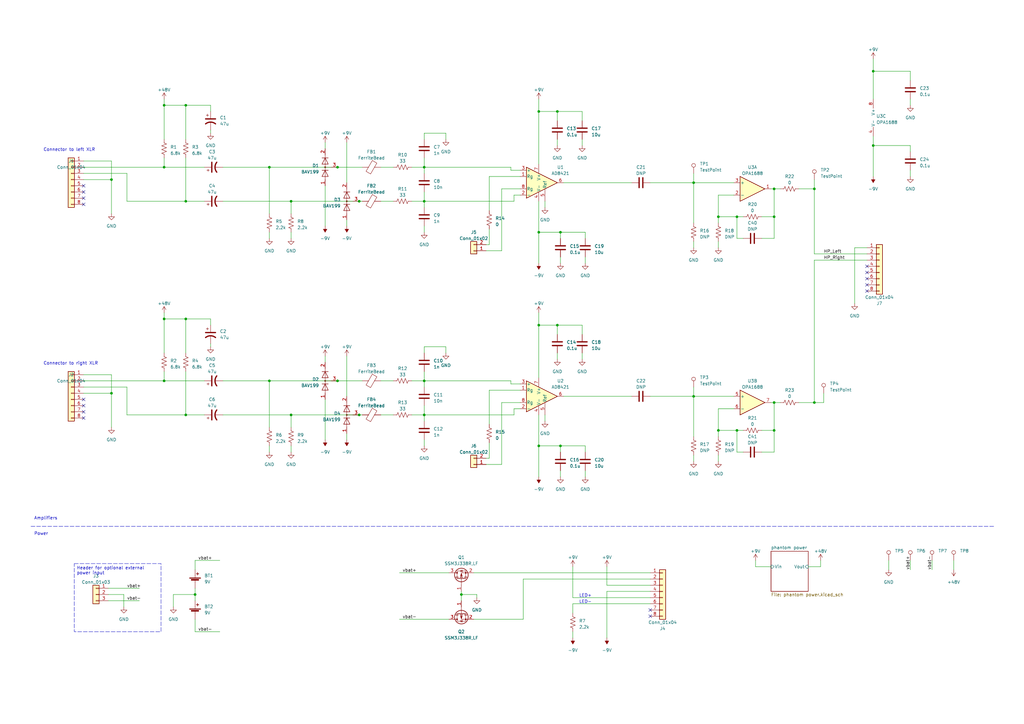
<source format=kicad_sch>
(kicad_sch (version 20230121) (generator eeschema)
  (paper "A3")
  (lib_symbols
    (symbol "Connector:TestPoint" (pin_numbers hide) (pin_names (offset 0.762) hide)
      (property "Reference" "TP" (at 0 6.858 0))
      (property "Value" "TestPoint" (at 0 5.08 0))
      (symbol "TestPoint_1_1"
        (pin passive line (at 0 0 90) (length 2.54) (name "1") (number "1"))
      )
    )
    (symbol "Connector_Generic:Conn_01x02" (pin_names (offset 1.016) hide)
      (property "Reference" "J" (at 0 2.54 0))
      (property "Value" "Conn_01x02" (at 0 -5.08 0))
      (symbol "Conn_01x02_1_1"
        (pin passive line (at -5.08 0 0) (length 3.81) (name "Pin_1") (number "1"))
        (pin passive line (at -5.08 -2.54 0) (length 3.81) (name "Pin_2") (number "2"))
      )
    )
    (symbol "Connector_Generic:Conn_01x03" (pin_names (offset 1.016) hide)
      (property "Reference" "J" (at 0 5.08 0))
      (property "Value" "Conn_01x03" (at 0 -5.08 0))
      (symbol "Conn_01x03_1_1"
        (pin passive line (at -5.08 2.54 0) (length 3.81) (name "Pin_1") (number "1"))
        (pin passive line (at -5.08 0 0) (length 3.81) (name "Pin_2") (number "2"))
        (pin passive line (at -5.08 -2.54 0) (length 3.81) (name "Pin_3") (number "3"))
      )
    )
    (symbol "Connector_Generic:Conn_01x08" (pin_names (offset 1.016) hide)
      (property "Reference" "J" (at 0 10.16 0))
      (property "Value" "Conn_01x08" (at 0 -12.7 0))
      (symbol "Conn_01x08_1_1"
        (pin passive line (at -5.08 7.62 0) (length 3.81) (name "Pin_1") (number "1"))
        (pin passive line (at -5.08 5.08 0) (length 3.81) (name "Pin_2") (number "2"))
        (pin passive line (at -5.08 2.54 0) (length 3.81) (name "Pin_3") (number "3"))
        (pin passive line (at -5.08 0 0) (length 3.81) (name "Pin_4") (number "4"))
        (pin passive line (at -5.08 -2.54 0) (length 3.81) (name "Pin_5") (number "5"))
        (pin passive line (at -5.08 -5.08 0) (length 3.81) (name "Pin_6") (number "6"))
        (pin passive line (at -5.08 -7.62 0) (length 3.81) (name "Pin_7") (number "7"))
        (pin passive line (at -5.08 -10.16 0) (length 3.81) (name "Pin_8") (number "8"))
      )
    )
    (symbol "Device:Battery_Cell" (pin_numbers hide) (pin_names (offset 0) hide)
      (property "Reference" "BT" (at 2.54 2.54 0))
      (property "Value" "Battery_Cell" (at 2.54 0 0))
      (symbol "Battery_Cell_1_1"
        (pin passive line (at 0 5.08 270) (length 2.54) (name "+") (number "1"))
        (pin passive line (at 0 -2.54 90) (length 2.54) (name "-") (number "2"))
      )
    )
    (symbol "Device:C" (pin_numbers hide) (pin_names (offset 0.254))
      (property "Reference" "C" (at 0.635 2.54 0))
      (property "Value" "C" (at 0.635 -2.54 0))
      (symbol "C_1_1"
        (pin passive line (at 0 3.81 270) (length 2.794) (name "~") (number "1"))
        (pin passive line (at 0 -3.81 90) (length 2.794) (name "~") (number "2"))
      )
    )
    (symbol "Device:C_Polarized_US" (pin_numbers hide) (pin_names (offset 0.254) hide)
      (property "Reference" "C" (at 0.635 2.54 0))
      (property "Value" "C_Polarized_US" (at 0.635 -2.54 0))
      (symbol "C_Polarized_US_1_1"
        (pin passive line (at 0 3.81 270) (length 2.794) (name "~") (number "1"))
        (pin passive line (at 0 -3.81 90) (length 3.302) (name "~") (number "2"))
      )
    )
    (symbol "Device:FerriteBead" (pin_numbers hide) (pin_names (offset 0))
      (property "Reference" "FB" (at -3.81 0.635 90))
      (property "Value" "FerriteBead" (at 3.81 0 90))
      (symbol "FerriteBead_1_1"
        (pin passive line (at 0 3.81 270) (length 2.54) (name "~") (number "1"))
        (pin passive line (at 0 -3.81 90) (length 2.54) (name "~") (number "2"))
      )
    )
    (symbol "Device:Q_PMOS_GSD" (pin_names (offset 0) hide)
      (property "Reference" "Q" (at 5.08 1.27 0))
      (property "Value" "Q_PMOS_GSD" (at 5.08 -1.27 0))
      (symbol "Q_PMOS_GSD_1_1"
        (pin input line (at -5.08 0 0) (length 2.54) (name "G") (number "1"))
        (pin passive line (at 2.54 -5.08 90) (length 2.54) (name "S") (number "2"))
        (pin passive line (at 2.54 5.08 270) (length 2.54) (name "D") (number "3"))
      )
    )
    (symbol "Device:R_US" (pin_numbers hide) (pin_names (offset 0))
      (property "Reference" "R" (at 2.54 0 90))
      (property "Value" "R_US" (at -2.54 0 90))
      (symbol "R_US_1_1"
        (pin passive line (at 0 3.81 270) (length 1.27) (name "~") (number "1"))
        (pin passive line (at 0 -3.81 90) (length 1.27) (name "~") (number "2"))
      )
    )
    (symbol "Diode:BAV99" (pin_names hide)
      (property "Reference" "D" (at 0 5.08 0))
      (property "Value" "BAV99" (at 0 2.54 0))
      (symbol "BAV99_1_1"
        (pin passive line (at -7.62 0 0) (length 2.54) (name "K") (number "1"))
        (pin passive line (at 7.62 0 180) (length 2.54) (name "A") (number "2"))
        (pin passive line (at 0 -5.08 90) (length 2.54) (name "K") (number "3"))
      )
    )
    (symbol "pd_symbols:AD8421" (pin_names (offset 0.127))
      (property "Reference" "U" (at 3.81 3.175 0))
      (property "Value" "AD8421" (at 3.81 -3.175 0))
      (symbol "AD8421_1_1"
        (pin passive line (at -7.62 2.54 0) (length 2.54) (name "Rg") (number "1"))
        (pin input line (at -7.62 -5.08 0) (length 2.54) (name "-") (number "2"))
        (pin input line (at -7.62 5.08 0) (length 2.54) (name "+") (number "3"))
        (pin power_in line (at 0 -7.62 90) (length 3.81) (name "V-") (number "4"))
        (pin input line (at 2.54 -7.62 90) (length 5.08) (name "Ref") (number "5"))
        (pin output line (at 10.16 0 180) (length 2.54) (name "~") (number "6"))
        (pin power_in line (at 0 7.62 270) (length 3.81) (name "V+") (number "7"))
        (pin passive line (at -7.62 -2.54 0) (length 2.54) (name "Rg") (number "8"))
      )
    )
    (symbol "pd_symbols:OPA1688" (pin_names (offset 0.127))
      (property "Reference" "U" (at 0 5.08 0))
      (property "Value" "OPA1688" (at 0 -5.08 0))
      (symbol "OPA1688_1_1"
        (pin output line (at 7.62 0 180) (length 2.54) (name "~") (number "1"))
        (pin input line (at -7.62 -2.54 0) (length 2.54) (name "-") (number "2"))
        (pin input line (at -7.62 2.54 0) (length 2.54) (name "+") (number "3"))
      )
      (symbol "OPA1688_2_1"
        (pin input line (at -7.62 2.54 0) (length 2.54) (name "+") (number "5"))
        (pin input line (at -7.62 -2.54 0) (length 2.54) (name "-") (number "6"))
        (pin output line (at 7.62 0 180) (length 2.54) (name "~") (number "7"))
      )
      (symbol "OPA1688_3_1"
        (pin power_in line (at -2.54 -7.62 90) (length 3.81) (name "V-") (number "4"))
        (pin power_in line (at -2.54 7.62 270) (length 3.81) (name "V+") (number "8"))
      )
    )
    (symbol "power:+48V" (power) (pin_names (offset 0))
      (property "Value" "+48V" (at 0 3.556 0))
      (symbol "+48V_1_1"
        (pin power_in line (at 0 0 90) (length 0) hide (name "+48V") (number "1"))
      )
    )
    (symbol "power:+9V" (power) (pin_names (offset 0))
      (property "Value" "+9V" (at 0 3.556 0))
      (symbol "+9V_1_1"
        (pin power_in line (at 0 0 90) (length 0) hide (name "+9V") (number "1"))
      )
    )
    (symbol "power:-9V" (power) (pin_names (offset 0))
      (property "Value" "-9V" (at 0 3.81 0))
      (symbol "-9V_1_1"
        (pin power_in line (at 0 0 90) (length 0) hide (name "-9V") (number "1"))
      )
    )
    (symbol "power:GND" (power) (pin_names (offset 0))
      (property "Value" "GND" (at 0 -3.81 0))
      (symbol "GND_1_1"
        (pin power_in line (at 0 0 270) (length 0) hide (name "GND") (number "1"))
      )
    )
  )
  (junction (at 220.98 95.25))
  (junction (at 220.98 182.88))
  (junction (at 67.31 156.21))
  (junction (at 173.99 82.55))
  (junction (at 110.49 68.58))
  (junction (at 147.32 170.18))
  (junction (at 189.23 243.84))
  (junction (at 110.49 156.21))
  (junction (at 317.5 77.47))
  (junction (at 45.72 73.66))
  (junction (at 358.14 59.69))
  (junction (at 317.5 176.53))
  (junction (at 358.14 29.21))
  (junction (at 302.26 88.9))
  (junction (at 76.2 43.18))
  (junction (at 67.31 68.58))
  (junction (at 294.64 88.9))
  (junction (at 147.32 82.55))
  (junction (at 284.48 74.93))
  (junction (at 45.72 161.29))
  (junction (at 138.43 68.58))
  (junction (at 76.2 130.81))
  (junction (at 119.38 170.18))
  (junction (at 80.01 243.84))
  (junction (at 76.2 82.55))
  (junction (at 317.5 165.1))
  (junction (at 67.31 43.18))
  (junction (at 119.38 82.55))
  (junction (at 229.87 182.88))
  (junction (at 220.98 45.72))
  (junction (at 294.64 176.53))
  (junction (at 302.26 176.53))
  (junction (at 67.31 130.81))
  (junction (at 173.99 170.18))
  (junction (at 76.2 170.18))
  (junction (at 228.6 45.72))
  (junction (at 229.87 95.25))
  (junction (at 228.6 133.35))
  (junction (at 334.01 165.1))
  (junction (at 220.98 133.35))
  (junction (at 317.5 88.9))
  (junction (at 173.99 156.21))
  (junction (at 173.99 68.58))
  (junction (at 284.48 162.56))
  (junction (at 138.43 156.21))
  (junction (at 334.01 77.47))
  (no_connect (at 34.29 78.74))
  (no_connect (at 355.6 109.22))
  (no_connect (at 34.29 163.83))
  (no_connect (at 34.29 76.2))
  (no_connect (at 34.29 83.82))
  (no_connect (at 34.29 171.45))
  (no_connect (at 266.7 252.73))
  (no_connect (at 34.29 81.28))
  (no_connect (at 355.6 111.76))
  (no_connect (at 266.7 250.19))
  (no_connect (at 34.29 166.37))
  (no_connect (at 355.6 119.38))
  (no_connect (at 355.6 116.84))
  (no_connect (at 355.6 114.3))
  (no_connect (at 34.29 168.91))
  (wire (pts (xy 110.49 68.58) (xy 110.49 87.63)))
  (wire (pts (xy 67.31 152.4) (xy 67.31 156.21)))
  (wire (pts (xy 110.49 95.25) (xy 110.49 97.79)))
  (wire (pts (xy 300.99 167.64) (xy 294.64 167.64)))
  (wire (pts (xy 294.64 186.69) (xy 294.64 189.23)))
  (wire (pts (xy 168.91 170.18) (xy 173.99 170.18)))
  (wire (pts (xy 173.99 64.77) (xy 173.99 68.58)))
  (wire (pts (xy 50.8 243.84) (xy 50.8 248.92)))
  (wire (pts (xy 45.72 73.66) (xy 45.72 87.63)))
  (wire (pts (xy 173.99 170.18) (xy 173.99 172.72)))
  (wire (pts (xy 67.31 68.58) (xy 83.82 68.58)))
  (wire (pts (xy 334.01 77.47) (xy 327.66 77.47)))
  (wire (pts (xy 312.42 97.79) (xy 317.5 97.79)))
  (wire (pts (xy 52.07 158.75) (xy 34.29 158.75)))
  (wire (pts (xy 234.95 245.11) (xy 266.7 245.11)))
  (wire (pts (xy 209.55 157.48) (xy 209.55 156.21)))
  (wire (pts (xy 119.38 170.18) (xy 119.38 175.26)))
  (wire (pts (xy 173.99 166.37) (xy 173.99 170.18)))
  (wire (pts (xy 300.99 80.01) (xy 294.64 80.01)))
  (wire (pts (xy 220.98 40.64) (xy 220.98 45.72)))
  (wire (pts (xy 312.42 176.53) (xy 317.5 176.53)))
  (wire (pts (xy 52.07 170.18) (xy 52.07 158.75)))
  (wire (pts (xy 52.07 82.55) (xy 52.07 71.12)))
  (wire (pts (xy 210.82 80.01) (xy 210.82 82.55)))
  (wire (pts (xy 364.49 229.87) (xy 364.49 233.68)))
  (wire (pts (xy 173.99 54.61) (xy 173.99 57.15)))
  (wire (pts (xy 240.03 105.41) (xy 240.03 107.95)))
  (wire (pts (xy 234.95 251.46) (xy 234.95 247.65)))
  (wire (pts (xy 119.38 182.88) (xy 119.38 185.42)))
  (wire (pts (xy 71.12 248.92) (xy 71.12 243.84)))
  (wire (pts (xy 52.07 71.12) (xy 34.29 71.12)))
  (wire (pts (xy 67.31 40.64) (xy 67.31 43.18)))
  (wire (pts (xy 34.29 156.21) (xy 67.31 156.21)))
  (wire (pts (xy 147.32 82.55) (xy 148.59 82.55)))
  (wire (pts (xy 248.92 240.03) (xy 266.7 240.03)))
  (wire (pts (xy 223.52 170.18) (xy 223.52 172.72)))
  (wire (pts (xy 86.36 133.35) (xy 86.36 130.81)))
  (wire (pts (xy 71.12 243.84) (xy 80.01 243.84)))
  (wire (pts (xy 205.74 77.47) (xy 213.36 77.47)))
  (wire (pts (xy 266.7 162.56) (xy 284.48 162.56)))
  (wire (pts (xy 195.58 245.11) (xy 195.58 243.84)))
  (wire (pts (xy 334.01 73.66) (xy 334.01 77.47)))
  (wire (pts (xy 80.01 229.87) (xy 80.01 233.68)))
  (wire (pts (xy 200.66 93.98) (xy 200.66 100.33)))
  (wire (pts (xy 119.38 170.18) (xy 147.32 170.18)))
  (wire (pts (xy 91.44 170.18) (xy 119.38 170.18)))
  (wire (pts (xy 86.36 140.97) (xy 86.36 142.24)))
  (wire (pts (xy 173.99 68.58) (xy 173.99 71.12)))
  (wire (pts (xy 284.48 162.56) (xy 284.48 179.07)))
  (wire (pts (xy 238.76 144.78) (xy 238.76 147.32)))
  (wire (pts (xy 189.23 243.84) (xy 189.23 246.38)))
  (wire (pts (xy 284.48 158.75) (xy 284.48 162.56)))
  (wire (pts (xy 67.31 43.18) (xy 67.31 57.15)))
  (wire (pts (xy 334.01 165.1) (xy 337.82 165.1)))
  (wire (pts (xy 240.03 182.88) (xy 229.87 182.88)))
  (wire (pts (xy 45.72 153.67) (xy 45.72 161.29)))
  (wire (pts (xy 83.82 170.18) (xy 76.2 170.18)))
  (wire (pts (xy 195.58 243.84) (xy 189.23 243.84)))
  (wire (pts (xy 76.2 152.4) (xy 76.2 170.18)))
  (wire (pts (xy 284.48 71.12) (xy 284.48 74.93)))
  (wire (pts (xy 284.48 186.69) (xy 284.48 189.23)))
  (wire (pts (xy 173.99 82.55) (xy 173.99 85.09)))
  (wire (pts (xy 91.44 68.58) (xy 110.49 68.58)))
  (wire (pts (xy 80.01 241.3) (xy 80.01 243.84)))
  (wire (pts (xy 80.01 254) (xy 80.01 259.08)))
  (wire (pts (xy 44.45 241.3) (xy 57.15 241.3)))
  (wire (pts (xy 205.74 165.1) (xy 213.36 165.1)))
  (wire (pts (xy 163.83 254) (xy 184.15 254)))
  (wire (pts (xy 110.49 156.21) (xy 138.43 156.21)))
  (wire (pts (xy 355.6 106.68) (xy 334.01 106.68)))
  (wire (pts (xy 173.99 92.71) (xy 173.99 95.25)))
  (wire (pts (xy 213.36 167.64) (xy 210.82 167.64)))
  (wire (pts (xy 44.45 243.84) (xy 50.8 243.84)))
  (wire (pts (xy 182.88 57.15) (xy 182.88 54.61)))
  (wire (pts (xy 119.38 82.55) (xy 119.38 87.63)))
  (wire (pts (xy 220.98 133.35) (xy 228.6 133.35)))
  (wire (pts (xy 309.88 232.41) (xy 309.88 229.87)))
  (wire (pts (xy 317.5 88.9) (xy 317.5 77.47)))
  (wire (pts (xy 304.8 185.42) (xy 302.26 185.42)))
  (wire (pts (xy 334.01 104.14) (xy 334.01 77.47)))
  (wire (pts (xy 334.01 106.68) (xy 334.01 165.1)))
  (wire (pts (xy 228.6 133.35) (xy 228.6 137.16)))
  (wire (pts (xy 234.95 247.65) (xy 266.7 247.65)))
  (wire (pts (xy 182.88 54.61) (xy 173.99 54.61)))
  (wire (pts (xy 336.55 232.41) (xy 331.47 232.41)))
  (wire (pts (xy 373.38 59.69) (xy 373.38 62.23)))
  (wire (pts (xy 373.38 229.87) (xy 373.38 233.68)))
  (wire (pts (xy 355.6 101.6) (xy 350.52 101.6)))
  (wire (pts (xy 80.01 243.84) (xy 80.01 246.38)))
  (wire (pts (xy 163.83 234.95) (xy 184.15 234.95)))
  (wire (pts (xy 304.8 97.79) (xy 302.26 97.79)))
  (wire (pts (xy 45.72 66.04) (xy 45.72 73.66)))
  (wire (pts (xy 67.31 64.77) (xy 67.31 68.58)))
  (wire (pts (xy 213.36 72.39) (xy 200.66 72.39)))
  (wire (pts (xy 220.98 133.35) (xy 220.98 154.94)))
  (wire (pts (xy 391.16 229.87) (xy 391.16 233.68)))
  (wire (pts (xy 317.5 165.1) (xy 316.23 165.1)))
  (wire (pts (xy 213.36 69.85) (xy 209.55 69.85)))
  (wire (pts (xy 373.38 29.21) (xy 373.38 33.02)))
  (wire (pts (xy 220.98 107.95) (xy 220.98 95.25)))
  (wire (pts (xy 200.66 181.61) (xy 200.66 187.96)))
  (wire (pts (xy 76.2 43.18) (xy 67.31 43.18)))
  (wire (pts (xy 138.43 156.21) (xy 148.59 156.21)))
  (wire (pts (xy 133.35 146.05) (xy 133.35 148.59)))
  (wire (pts (xy 284.48 162.56) (xy 300.99 162.56)))
  (wire (pts (xy 91.44 156.21) (xy 110.49 156.21)))
  (wire (pts (xy 358.14 59.69) (xy 358.14 72.39)))
  (wire (pts (xy 200.66 160.02) (xy 200.66 173.99)))
  (wire (pts (xy 373.38 69.85) (xy 373.38 72.39)))
  (wire (pts (xy 142.24 90.17) (xy 142.24 92.71)))
  (wire (pts (xy 302.26 88.9) (xy 302.26 97.79)))
  (wire (pts (xy 220.98 82.55) (xy 220.98 95.25)))
  (wire (pts (xy 248.92 242.57) (xy 248.92 261.62)))
  (wire (pts (xy 156.21 82.55) (xy 161.29 82.55)))
  (wire (pts (xy 302.26 176.53) (xy 302.26 185.42)))
  (wire (pts (xy 229.87 105.41) (xy 229.87 107.95)))
  (wire (pts (xy 317.5 176.53) (xy 317.5 165.1)))
  (wire (pts (xy 76.2 170.18) (xy 52.07 170.18)))
  (wire (pts (xy 228.6 144.78) (xy 228.6 147.32)))
  (wire (pts (xy 133.35 58.42) (xy 133.35 60.96)))
  (wire (pts (xy 76.2 130.81) (xy 67.31 130.81)))
  (wire (pts (xy 238.76 49.53) (xy 238.76 45.72)))
  (wire (pts (xy 266.7 74.93) (xy 284.48 74.93)))
  (wire (pts (xy 355.6 104.14) (xy 334.01 104.14)))
  (wire (pts (xy 199.39 190.5) (xy 205.74 190.5)))
  (wire (pts (xy 284.48 74.93) (xy 300.99 74.93)))
  (wire (pts (xy 231.14 162.56) (xy 259.08 162.56)))
  (wire (pts (xy 214.63 237.49) (xy 266.7 237.49)))
  (wire (pts (xy 209.55 68.58) (xy 173.99 68.58)))
  (wire (pts (xy 238.76 57.15) (xy 238.76 59.69)))
  (wire (pts (xy 358.14 55.88) (xy 358.14 59.69)))
  (wire (pts (xy 220.98 170.18) (xy 220.98 182.88)))
  (wire (pts (xy 34.29 153.67) (xy 45.72 153.67)))
  (wire (pts (xy 210.82 82.55) (xy 173.99 82.55)))
  (wire (pts (xy 238.76 137.16) (xy 238.76 133.35)))
  (wire (pts (xy 302.26 88.9) (xy 304.8 88.9)))
  (wire (pts (xy 86.36 53.34) (xy 86.36 54.61)))
  (wire (pts (xy 76.2 82.55) (xy 52.07 82.55)))
  (wire (pts (xy 189.23 242.57) (xy 189.23 243.84)))
  (wire (pts (xy 294.64 99.06) (xy 294.64 101.6)))
  (wire (pts (xy 220.98 95.25) (xy 229.87 95.25)))
  (wire (pts (xy 34.29 73.66) (xy 45.72 73.66)))
  (wire (pts (xy 45.72 161.29) (xy 45.72 175.26)))
  (wire (pts (xy 220.98 195.58) (xy 220.98 182.88)))
  (wire (pts (xy 382.27 229.87) (xy 382.27 233.68)))
  (wire (pts (xy 317.5 77.47) (xy 316.23 77.47)))
  (wire (pts (xy 86.36 130.81) (xy 76.2 130.81)))
  (wire (pts (xy 76.2 64.77) (xy 76.2 82.55)))
  (wire (pts (xy 234.95 232.41) (xy 234.95 245.11)))
  (wire (pts (xy 194.31 254) (xy 214.63 254)))
  (wire (pts (xy 168.91 156.21) (xy 173.99 156.21)))
  (wire (pts (xy 86.36 45.72) (xy 86.36 43.18)))
  (wire (pts (xy 312.42 185.42) (xy 317.5 185.42)))
  (wire (pts (xy 110.49 68.58) (xy 138.43 68.58)))
  (wire (pts (xy 220.98 45.72) (xy 228.6 45.72)))
  (wire (pts (xy 168.91 82.55) (xy 173.99 82.55)))
  (wire (pts (xy 138.43 68.58) (xy 148.59 68.58)))
  (wire (pts (xy 284.48 74.93) (xy 284.48 91.44)))
  (wire (pts (xy 91.44 82.55) (xy 119.38 82.55)))
  (wire (pts (xy 220.98 182.88) (xy 229.87 182.88)))
  (wire (pts (xy 173.99 78.74) (xy 173.99 82.55)))
  (wire (pts (xy 240.03 185.42) (xy 240.03 182.88)))
  (wire (pts (xy 214.63 254) (xy 214.63 237.49)))
  (wire (pts (xy 213.36 160.02) (xy 200.66 160.02)))
  (wire (pts (xy 240.03 193.04) (xy 240.03 195.58)))
  (wire (pts (xy 156.21 156.21) (xy 161.29 156.21)))
  (wire (pts (xy 210.82 170.18) (xy 173.99 170.18)))
  (wire (pts (xy 147.32 170.18) (xy 148.59 170.18)))
  (polyline (pts (xy 12.7 215.9) (xy 407.67 215.9)) (stroke (width 0) (type dash)))
  (wire (pts (xy 248.92 242.57) (xy 266.7 242.57)))
  (wire (pts (xy 156.21 170.18) (xy 161.29 170.18)))
  (wire (pts (xy 336.55 229.87) (xy 336.55 232.41)))
  (wire (pts (xy 119.38 82.55) (xy 147.32 82.55)))
  (wire (pts (xy 83.82 82.55) (xy 76.2 82.55)))
  (wire (pts (xy 76.2 144.78) (xy 76.2 130.81)))
  (wire (pts (xy 358.14 59.69) (xy 373.38 59.69)))
  (wire (pts (xy 199.39 102.87) (xy 205.74 102.87)))
  (wire (pts (xy 317.5 185.42) (xy 317.5 176.53)))
  (wire (pts (xy 229.87 95.25) (xy 229.87 97.79)))
  (wire (pts (xy 238.76 133.35) (xy 228.6 133.35)))
  (wire (pts (xy 67.31 128.27) (xy 67.31 130.81)))
  (wire (pts (xy 302.26 176.53) (xy 304.8 176.53)))
  (wire (pts (xy 294.64 88.9) (xy 294.64 91.44)))
  (wire (pts (xy 168.91 68.58) (xy 173.99 68.58)))
  (wire (pts (xy 173.99 152.4) (xy 173.99 156.21)))
  (wire (pts (xy 213.36 80.01) (xy 210.82 80.01)))
  (wire (pts (xy 200.66 187.96) (xy 199.39 187.96)))
  (wire (pts (xy 229.87 182.88) (xy 229.87 185.42)))
  (wire (pts (xy 34.29 161.29) (xy 45.72 161.29)))
  (wire (pts (xy 284.48 99.06) (xy 284.48 101.6)))
  (wire (pts (xy 133.35 163.83) (xy 133.35 180.34)))
  (wire (pts (xy 44.45 246.38) (xy 57.15 246.38)))
  (wire (pts (xy 34.29 66.04) (xy 45.72 66.04)))
  (wire (pts (xy 312.42 88.9) (xy 317.5 88.9)))
  (wire (pts (xy 200.66 100.33) (xy 199.39 100.33)))
  (wire (pts (xy 205.74 190.5) (xy 205.74 165.1)))
  (wire (pts (xy 229.87 193.04) (xy 229.87 195.58)))
  (wire (pts (xy 317.5 77.47) (xy 320.04 77.47)))
  (wire (pts (xy 373.38 40.64) (xy 373.38 43.18)))
  (wire (pts (xy 182.88 142.24) (xy 173.99 142.24)))
  (wire (pts (xy 34.29 68.58) (xy 67.31 68.58)))
  (wire (pts (xy 294.64 176.53) (xy 302.26 176.53)))
  (wire (pts (xy 350.52 101.6) (xy 350.52 124.46)))
  (wire (pts (xy 223.52 82.55) (xy 223.52 85.09)))
  (wire (pts (xy 294.64 167.64) (xy 294.64 176.53)))
  (wire (pts (xy 173.99 156.21) (xy 173.99 158.75)))
  (wire (pts (xy 248.92 240.03) (xy 248.92 232.41)))
  (wire (pts (xy 80.01 229.87) (xy 90.17 229.87)))
  (wire (pts (xy 358.14 24.13) (xy 358.14 29.21)))
  (wire (pts (xy 317.5 97.79) (xy 317.5 88.9)))
  (wire (pts (xy 240.03 97.79) (xy 240.03 95.25)))
  (wire (pts (xy 358.14 29.21) (xy 373.38 29.21)))
  (wire (pts (xy 220.98 128.27) (xy 220.98 133.35)))
  (wire (pts (xy 67.31 130.81) (xy 67.31 144.78)))
  (wire (pts (xy 228.6 57.15) (xy 228.6 59.69)))
  (wire (pts (xy 209.55 156.21) (xy 173.99 156.21)))
  (wire (pts (xy 110.49 182.88) (xy 110.49 185.42)))
  (wire (pts (xy 234.95 261.62) (xy 234.95 259.08)))
  (wire (pts (xy 334.01 165.1) (xy 327.66 165.1)))
  (wire (pts (xy 67.31 156.21) (xy 83.82 156.21)))
  (wire (pts (xy 228.6 45.72) (xy 228.6 49.53)))
  (wire (pts (xy 294.64 176.53) (xy 294.64 179.07)))
  (wire (pts (xy 209.55 69.85) (xy 209.55 68.58)))
  (wire (pts (xy 142.24 58.42) (xy 142.24 74.93)))
  (wire (pts (xy 316.23 232.41) (xy 309.88 232.41)))
  (wire (pts (xy 142.24 177.8) (xy 142.24 180.34)))
  (wire (pts (xy 240.03 95.25) (xy 229.87 95.25)))
  (wire (pts (xy 142.24 146.05) (xy 142.24 162.56)))
  (wire (pts (xy 133.35 76.2) (xy 133.35 92.71)))
  (wire (pts (xy 173.99 180.34) (xy 173.99 182.88)))
  (wire (pts (xy 294.64 88.9) (xy 302.26 88.9)))
  (wire (pts (xy 317.5 165.1) (xy 320.04 165.1)))
  (wire (pts (xy 156.21 68.58) (xy 161.29 68.58)))
  (wire (pts (xy 205.74 102.87) (xy 205.74 77.47)))
  (wire (pts (xy 294.64 80.01) (xy 294.64 88.9)))
  (wire (pts (xy 200.66 72.39) (xy 200.66 86.36)))
  (wire (pts (xy 238.76 45.72) (xy 228.6 45.72)))
  (wire (pts (xy 220.98 45.72) (xy 220.98 67.31)))
  (wire (pts (xy 110.49 156.21) (xy 110.49 175.26)))
  (wire (pts (xy 231.14 74.93) (xy 259.08 74.93)))
  (wire (pts (xy 182.88 144.78) (xy 182.88 142.24)))
  (wire (pts (xy 86.36 43.18) (xy 76.2 43.18)))
  (wire (pts (xy 194.31 234.95) (xy 266.7 234.95)))
  (wire (pts (xy 358.14 29.21) (xy 358.14 40.64)))
  (wire (pts (xy 210.82 167.64) (xy 210.82 170.18)))
  (wire (pts (xy 173.99 142.24) (xy 173.99 144.78)))
  (wire (pts (xy 337.82 161.29) (xy 337.82 165.1)))
  (wire (pts (xy 80.01 259.08) (xy 90.17 259.08)))
  (wire (pts (xy 213.36 157.48) (xy 209.55 157.48)))
  (wire (pts (xy 119.38 95.25) (xy 119.38 97.79)))
  (wire (pts (xy 76.2 57.15) (xy 76.2 43.18)))
  (text_box "Header for optional external power input" (at 30.48 231.14 0) (size 35.56 27.94) (stroke (width 0) (type dash)) (effects (font (size 1.27 1.27)) (justify left top)))
  (text "LED-" (at 237.49 247.65 0) (effects (font (size 1.27 1.27)) (justify left bottom)))
  (text "LED+" (at 237.49 245.11 0) (effects (font (size 1.27 1.27)) (justify left bottom)))
  (text "Connector to left XLR" (at 17.78 62.23 0) (effects (font (size 1.27 1.27)) (justify left bottom)))
  (text "Power" (at 13.97 219.71 0) (effects (font (size 1.27 1.27)) (justify left bottom)))
  (text "Connector to right XLR" (at 17.78 149.86 0) (effects (font (size 1.27 1.27)) (justify left bottom)))
  (text "Amplifiers" (at 13.97 213.36 0) (effects (font (size 1.27 1.27)) (justify left bottom)))
  (label "vbat+" (at 52.07 241.3 0))
  (label "vbat-" (at 165.1 254 0))
  (label "vbat+" (at 81.28 229.87 0))
  (label "HP_Left" (at 337.82 104.14 0))
  (label "HP_Right" (at 337.82 106.68 0))
  (label "vbat+" (at 373.38 233.68 90))
  (label "vbat-" (at 382.27 233.68 90))
  (label "vbat-" (at 52.07 246.38 0))
  (label "vbat-" (at 81.28 259.08 0))
  (label "vbat+" (at 165.1 234.95 0))
  (symbol (lib_id "power:GND") (at 229.87 195.58 0) (unit 1)
    (property "Reference" "#PWR040" (effects hide))
    (property "Value" "GND" (at 229.87 200.66 0))
  )
  (symbol (lib_id "Device:R_US") (at 165.1 82.55 90) (unit 1)
    (property "Reference" "R11" (at 165.1 77.47 90))
    (property "Value" "33" (at 165.1 80.01 90))
    (property "Footprint" "Resistor_SMD:R_0603_1608Metric" (effects hide))
  )
  (symbol (lib_id "power:+9V") (at 220.98 40.64 0) (unit 1)
    (property "Reference" "#PWR030" (effects hide))
    (property "Value" "+9V" (at 220.98 36.83 0))
  )
  (symbol (lib_id "Connector_Generic:Conn_01x08") (at 29.21 73.66 0) (mirror y) (unit 1)
    (property "Reference" "J1" (at 29.21 66.04 0))
    (property "Value" "Conn_01x04" (at 29.21 68.58 0))
    (property "Footprint" "Connector_JST:JST_PH_B8B-PH-K_1x08_P2.00mm_Vertical" (effects hide))
  )
  (symbol (lib_id "Device:R_US") (at 76.2 60.96 180) (unit 1)
    (property "Reference" "R3" (at 78.74 60.325 0) (effects (justify right)))
    (property "Value" "6.8k" (at 78.74 62.865 0) (effects (justify right)))
    (property "Footprint" "Resistor_SMD:R_0603_1608Metric" (effects hide))
  )
  (symbol (lib_id "pd_symbols:OPA1688") (at 360.68 48.26 0) (unit 3)
    (property "Reference" "U3" (at 359.41 47.625 0) (effects (justify left)))
    (property "Value" "OPA1688" (at 359.41 50.165 0) (effects (justify left)))
    (property "Footprint" "Package_SO:SOIC-8_3.9x4.9mm_P1.27mm" (effects hide))
    (property "Datasheet" "https://www.digikey.com/en/products/detail/texas-instruments/OPA1688ID/6110580" (effects hide))
  )
  (symbol (lib_id "power:GND") (at 86.36 142.24 0) (unit 1)
    (property "Reference" "#PWR08" (effects hide))
    (property "Value" "GND" (at 86.36 147.32 0))
  )
  (symbol (lib_id "power:GND") (at 373.38 43.18 0) (unit 1)
    (property "Reference" "#PWR052" (effects hide))
    (property "Value" "GND" (at 373.38 48.26 0))
  )
  (symbol (lib_id "power:GND") (at 228.6 147.32 0) (unit 1)
    (property "Reference" "#PWR038" (effects hide))
    (property "Value" "GND" (at 228.6 152.4 0))
  )
  (symbol (lib_id "power:+9V") (at 133.35 58.42 0) (unit 1)
    (property "Reference" "#PWR017" (effects hide))
    (property "Value" "+9V" (at 133.35 54.61 0))
  )
  (symbol (lib_id "power:GND") (at 238.76 147.32 0) (unit 1)
    (property "Reference" "#PWR042" (effects hide))
    (property "Value" "GND" (at 238.76 152.4 0))
  )
  (symbol (lib_id "pd_symbols:OPA1688") (at 308.61 77.47 0) (unit 1)
    (property "Reference" "U3" (at 308.61 68.58 0))
    (property "Value" "OPA1688" (at 308.61 71.12 0))
    (property "Footprint" "Package_SO:SOIC-8_3.9x4.9mm_P1.27mm" (effects hide))
    (property "Datasheet" "https://www.digikey.com/en/products/detail/texas-instruments/OPA1688ID/6110580" (effects hide))
  )
  (symbol (lib_id "Device:C") (at 173.99 176.53 0) (unit 1)
    (property "Reference" "C12" (at 177.8 175.895 0) (effects (justify left)))
    (property "Value" "1n" (at 177.8 178.435 0) (effects (justify left)))
    (property "Footprint" "Capacitor_SMD:C_0603_1608Metric" (effects hide))
  )
  (symbol (lib_id "power:+48V") (at 336.55 229.87 0) (unit 1)
    (property "Reference" "#PWR036" (effects hide))
    (property "Value" "+48V" (at 336.55 226.06 0))
  )
  (symbol (lib_id "power:GND") (at 373.38 72.39 0) (unit 1)
    (property "Reference" "#PWR053" (effects hide))
    (property "Value" "GND" (at 373.38 77.47 0))
  )
  (symbol (lib_id "Device:R_US") (at 284.48 182.88 0) (unit 1)
    (property "Reference" "R17" (at 287.02 182.245 0) (effects (justify left)))
    (property "Value" "DNP" (at 287.02 184.785 0) (effects (justify left)))
    (property "Footprint" "Resistor_SMD:R_0603_1608Metric" (effects hide))
  )
  (symbol (lib_id "Device:R_US") (at 67.31 60.96 180) (unit 1)
    (property "Reference" "R1" (at 69.85 60.325 0) (effects (justify right)))
    (property "Value" "6.8k" (at 69.85 62.865 0) (effects (justify right)))
    (property "Footprint" "Resistor_SMD:R_0603_1608Metric" (effects hide))
  )
  (symbol (lib_id "power:+9V") (at 142.24 146.05 0) (unit 1)
    (property "Reference" "#PWR023" (effects hide))
    (property "Value" "+9V" (at 142.24 142.24 0))
  )
  (symbol (lib_id "Device:C_Polarized_US") (at 86.36 137.16 0) (unit 1)
    (property "Reference" "C2" (at 90.17 135.89 0) (effects (justify left)))
    (property "Value" "47u" (at 90.17 138.43 0) (effects (justify left)))
    (property "Footprint" "Capacitor_SMD:CP_Elec_10x10" (effects hide))
  )
  (symbol (lib_id "power:GND") (at 284.48 189.23 0) (unit 1)
    (property "Reference" "#PWR046" (effects hide))
    (property "Value" "GND" (at 284.48 194.31 0))
  )
  (symbol (lib_id "power:GND") (at 195.58 245.11 0) (unit 1)
    (property "Reference" "#PWR064" (effects hide))
    (property "Value" "GND" (at 195.58 250.19 0))
  )
  (symbol (lib_id "Device:R_US") (at 294.64 182.88 0) (unit 1)
    (property "Reference" "R19" (at 297.18 182.245 0) (effects (justify left)))
    (property "Value" "DNP" (at 297.18 184.785 0) (effects (justify left)))
    (property "Footprint" "Resistor_SMD:R_0603_1608Metric" (effects hide))
  )
  (symbol (lib_id "power:-9V") (at 358.14 72.39 180) (unit 1)
    (property "Reference" "#PWR051" (effects hide))
    (property "Value" "-9V" (at 358.14 77.47 0))
  )
  (symbol (lib_id "power:+9V") (at 234.95 232.41 0) (unit 1)
    (property "Reference" "#PWR011" (effects hide))
    (property "Value" "+9V" (at 234.95 228.6 0))
  )
  (symbol (lib_id "power:GND") (at 71.12 248.92 0) (unit 1)
    (property "Reference" "#PWR06" (effects hide))
    (property "Value" "GND" (at 71.12 254 0))
  )
  (symbol (lib_id "Device:C_Polarized_US") (at 86.36 49.53 0) (unit 1)
    (property "Reference" "C1" (at 90.17 48.26 0) (effects (justify left)))
    (property "Value" "47u" (at 90.17 50.8 0) (effects (justify left)))
    (property "Footprint" "Capacitor_SMD:CP_Elec_10x10" (effects hide))
  )
  (symbol (lib_id "power:GND") (at 173.99 182.88 0) (unit 1)
    (property "Reference" "#PWR026" (effects hide))
    (property "Value" "GND" (at 173.99 187.96 0))
  )
  (symbol (lib_id "power:GND") (at 223.52 172.72 0) (unit 1)
    (property "Reference" "#PWR035" (effects hide))
    (property "Value" "GND" (at 223.52 177.8 0))
  )
  (symbol (lib_id "pd_symbols:AD8421") (at 220.98 162.56 0) (unit 1)
    (property "Reference" "U2" (at 229.87 156.21 0))
    (property "Value" "AD8421" (at 229.87 158.75 0))
    (property "Footprint" "Package_SO:SOIC-8_3.9x4.9mm_P1.27mm" (effects hide))
    (property "Datasheet" "https://www.analog.com/media/en/technical-documentation/data-sheets/AD8421.pdf" (effects hide))
  )
  (symbol (lib_id "power:GND") (at 119.38 185.42 0) (unit 1)
    (property "Reference" "#PWR014" (effects hide))
    (property "Value" "GND" (at 119.38 190.5 0))
  )
  (symbol (lib_id "power:GND") (at 173.99 95.25 0) (unit 1)
    (property "Reference" "#PWR025" (effects hide))
    (property "Value" "GND" (at 173.99 100.33 0))
  )
  (symbol (lib_id "Connector_Generic:Conn_01x08") (at 360.68 109.22 0) (unit 1)
    (property "Reference" "J7" (at 360.68 124.46 0))
    (property "Value" "Conn_01x04" (at 360.68 121.92 0))
    (property "Footprint" "Connector_JST:JST_PH_B8B-PH-K_1x08_P2.00mm_Vertical" (effects hide))
  )
  (symbol (lib_id "Device:Q_PMOS_GSD") (at 189.23 237.49 90) (unit 1)
    (property "Reference" "Q1" (at 189.23 228.6 90))
    (property "Value" "SSM3J338R,LF" (at 189.23 231.14 90))
    (property "Footprint" "Package_TO_SOT_SMD:SOT-23" (effects hide))
  )
  (symbol (lib_id "Device:R_US") (at 200.66 90.17 180) (unit 1)
    (property "Reference" "R14" (at 203.2 89.535 0) (effects (justify right)))
    (property "Value" "0" (at 203.2 92.075 0) (effects (justify right)))
    (property "Footprint" "Resistor_SMD:R_0603_1608Metric" (effects hide))
  )
  (symbol (lib_id "Diode:BAV99") (at 133.35 68.58 90) (unit 1)
    (property "Reference" "D1" (at 130.81 67.945 90) (effects (justify left)))
    (property "Value" "BAV199" (at 130.81 70.485 90) (effects (justify left)))
    (property "Footprint" "Package_TO_SOT_SMD:SOT-23" (effects hide))
    (property "Datasheet" "https://assets.nexperia.com/documents/data-sheet/BAV99_SER.pdf" (effects hide))
  )
  (symbol (lib_id "Connector:TestPoint") (at 334.01 73.66 0) (unit 1)
    (property "Reference" "TP2" (at 336.55 69.723 0) (effects (justify left)))
    (property "Value" "TestPoint" (at 336.55 72.263 0) (effects (justify left)))
    (property "Footprint" "TestPoint:TestPoint_THTPad_D2.0mm_Drill1.0mm" (effects hide))
  )
  (symbol (lib_id "pd_symbols:AD8421") (at 220.98 74.93 0) (unit 1)
    (property "Reference" "U1" (at 229.87 68.58 0))
    (property "Value" "AD8421" (at 229.87 71.12 0))
    (property "Footprint" "Package_SO:SOIC-8_3.9x4.9mm_P1.27mm" (effects hide))
    (property "Datasheet" "https://www.analog.com/media/en/technical-documentation/data-sheets/AD8421.pdf" (effects hide))
  )
  (symbol (lib_id "Device:R_US") (at 67.31 148.59 180) (unit 1)
    (property "Reference" "R2" (at 69.85 147.955 0) (effects (justify right)))
    (property "Value" "6.8k" (at 69.85 150.495 0) (effects (justify right)))
    (property "Footprint" "Resistor_SMD:R_0603_1608Metric" (effects hide))
  )
  (symbol (lib_id "Connector_Generic:Conn_01x02") (at 194.31 102.87 180) (unit 1)
    (property "Reference" "J5" (at 194.31 95.25 0))
    (property "Value" "Conn_01x02" (at 194.31 97.79 0))
    (property "Footprint" "Connector_JST:JST_PH_B2B-PH-K_1x02_P2.00mm_Vertical" (effects hide))
  )
  (symbol (lib_id "Device:R_US") (at 294.64 95.25 0) (unit 1)
    (property "Reference" "R18" (at 297.18 94.615 0) (effects (justify left)))
    (property "Value" "DNP" (at 297.18 97.155 0) (effects (justify left)))
    (property "Footprint" "Resistor_SMD:R_0603_1608Metric" (effects hide))
  )
  (symbol (lib_id "power:GND") (at 50.8 248.92 0) (unit 1)
    (property "Reference" "#PWR03" (effects hide))
    (property "Value" "GND" (at 50.8 254 0))
  )
  (symbol (lib_id "Connector_Generic:Conn_01x03") (at 39.37 243.84 0) (mirror y) (unit 1)
    (property "Reference" "J3" (at 39.37 236.22 0))
    (property "Value" "Conn_01x03" (at 39.37 238.76 0))
    (property "Footprint" "Connector_PinSocket_2.54mm:PinSocket_1x03_P2.54mm_Vertical" (effects hide))
  )
  (symbol (lib_id "Device:C") (at 228.6 53.34 0) (unit 1)
    (property "Reference" "C13" (at 232.41 52.705 0) (effects (justify left)))
    (property "Value" "0.1u" (at 232.41 55.245 0) (effects (justify left)))
    (property "Footprint" "Capacitor_SMD:C_0603_1608Metric" (effects hide))
  )
  (symbol (lib_id "Device:C") (at 228.6 140.97 0) (unit 1)
    (property "Reference" "C14" (at 232.41 140.335 0) (effects (justify left)))
    (property "Value" "0.1u" (at 232.41 142.875 0) (effects (justify left)))
    (property "Footprint" "Capacitor_SMD:C_0603_1608Metric" (effects hide))
  )
  (symbol (lib_id "power:GND") (at 223.52 85.09 0) (unit 1)
    (property "Reference" "#PWR034" (effects hide))
    (property "Value" "GND" (at 223.52 90.17 0))
  )
  (symbol (lib_id "power:GND") (at 229.87 107.95 0) (unit 1)
    (property "Reference" "#PWR039" (effects hide))
    (property "Value" "GND" (at 229.87 113.03 0))
  )
  (symbol (lib_id "Device:R_US") (at 119.38 91.44 180) (unit 1)
    (property "Reference" "R8" (at 121.92 90.805 0) (effects (justify right)))
    (property "Value" "2.2k" (at 121.92 93.345 0) (effects (justify right)))
    (property "Footprint" "Resistor_SMD:R_0603_1608Metric" (effects hide))
  )
  (symbol (lib_id "pd_symbols:OPA1688") (at 308.61 165.1 0) (unit 2)
    (property "Reference" "U3" (at 308.61 156.21 0))
    (property "Value" "OPA1688" (at 308.61 158.75 0))
    (property "Footprint" "Package_SO:SOIC-8_3.9x4.9mm_P1.27mm" (effects hide))
    (property "Datasheet" "https://www.digikey.com/en/products/detail/texas-instruments/OPA1688ID/6110580" (effects hide))
  )
  (symbol (lib_id "Device:C") (at 373.38 36.83 0) (unit 1)
    (property "Reference" "C23" (at 377.19 36.195 0) (effects (justify left)))
    (property "Value" "0.1u" (at 377.19 38.735 0) (effects (justify left)))
    (property "Footprint" "Capacitor_SMD:C_0603_1608Metric" (effects hide))
  )
  (symbol (lib_id "Device:R_US") (at 200.66 177.8 180) (unit 1)
    (property "Reference" "R15" (at 203.2 177.165 0) (effects (justify right)))
    (property "Value" "0" (at 203.2 179.705 0) (effects (justify right)))
    (property "Footprint" "Resistor_SMD:R_0603_1608Metric" (effects hide))
  )
  (symbol (lib_id "Device:FerriteBead") (at 152.4 170.18 90) (unit 1)
    (property "Reference" "FB4" (at 152.3492 163.83 90))
    (property "Value" "FerriteBead" (at 152.3492 166.37 90))
    (property "Footprint" "Resistor_SMD:R_0603_1608Metric" (effects hide))
  )
  (symbol (lib_id "Device:C") (at 238.76 53.34 0) (unit 1)
    (property "Reference" "C17" (at 242.57 52.705 0) (effects (justify left)))
    (property "Value" "10u" (at 242.57 55.245 0) (effects (justify left)))
    (property "Footprint" "Capacitor_SMD:C_1206_3216Metric" (effects hide))
  )
  (symbol (lib_id "Connector:TestPoint") (at 382.27 229.87 0) (unit 1)
    (property "Reference" "TP7" (at 384.81 225.933 0) (effects (justify left)))
    (property "Value" "TestPoint" (effects hide))
    (property "Footprint" "TestPoint:TestPoint_THTPad_D2.0mm_Drill1.0mm" (effects hide))
  )
  (symbol (lib_id "Device:R_US") (at 165.1 156.21 90) (unit 1)
    (property "Reference" "R12" (at 165.1 151.13 90))
    (property "Value" "33" (at 165.1 153.67 90))
    (property "Footprint" "Resistor_SMD:R_0603_1608Metric" (effects hide))
  )
  (symbol (lib_id "Connector:TestPoint") (at 284.48 158.75 0) (unit 1)
    (property "Reference" "TP3" (at 287.02 154.813 0) (effects (justify left)))
    (property "Value" "TestPoint" (at 287.02 157.353 0) (effects (justify left)))
    (property "Footprint" "TestPoint:TestPoint_THTPad_D2.0mm_Drill1.0mm" (effects hide))
  )
  (symbol (lib_id "power:+9V") (at 248.92 232.41 0) (unit 1)
    (property "Reference" "#PWR015" (effects hide))
    (property "Value" "+9V" (at 248.92 228.6 0))
  )
  (symbol (lib_id "Device:C") (at 373.38 66.04 0) (unit 1)
    (property "Reference" "C24" (at 377.19 65.405 0) (effects (justify left)))
    (property "Value" "0.1u" (at 377.19 67.945 0) (effects (justify left)))
    (property "Footprint" "Capacitor_SMD:C_0603_1608Metric" (effects hide))
  )
  (symbol (lib_id "power:GND") (at 119.38 97.79 0) (unit 1)
    (property "Reference" "#PWR013" (effects hide))
    (property "Value" "GND" (at 119.38 102.87 0))
  )
  (symbol (lib_id "power:GND") (at 86.36 54.61 0) (unit 1)
    (property "Reference" "#PWR07" (effects hide))
    (property "Value" "GND" (at 86.36 59.69 0))
  )
  (symbol (lib_id "power:GND") (at 350.52 124.46 0) (unit 1)
    (property "Reference" "#PWR049" (effects hide))
    (property "Value" "GND" (at 350.52 129.54 0))
  )
  (symbol (lib_id "Device:FerriteBead") (at 152.4 82.55 90) (unit 1)
    (property "Reference" "FB2" (at 152.3492 76.2 90))
    (property "Value" "FerriteBead" (at 152.3492 78.74 90))
    (property "Footprint" "Resistor_SMD:R_0603_1608Metric" (effects hide))
  )
  (symbol (lib_id "power:+48V") (at 391.16 233.68 180) (unit 1)
    (property "Reference" "#PWR063" (effects hide))
    (property "Value" "+48V" (at 391.16 238.76 0))
  )
  (symbol (lib_id "power:GND") (at 284.48 101.6 0) (unit 1)
    (property "Reference" "#PWR045" (effects hide))
    (property "Value" "GND" (at 284.48 106.68 0))
  )
  (symbol (lib_id "Device:C") (at 240.03 101.6 0) (unit 1)
    (property "Reference" "C19" (at 243.84 100.965 0) (effects (justify left)))
    (property "Value" "10u" (at 243.84 103.505 0) (effects (justify left)))
    (property "Footprint" "Capacitor_SMD:C_1206_3216Metric" (effects hide))
  )
  (symbol (lib_id "power:+9V") (at 309.88 229.87 0) (unit 1)
    (property "Reference" "#PWR029" (effects hide))
    (property "Value" "+9V" (at 309.88 226.06 0))
  )
  (symbol (lib_id "power:GND") (at 228.6 59.69 0) (unit 1)
    (property "Reference" "#PWR037" (effects hide))
    (property "Value" "GND" (at 228.6 64.77 0))
  )
  (symbol (lib_id "Device:C") (at 173.99 148.59 0) (unit 1)
    (property "Reference" "C10" (at 177.8 147.955 0) (effects (justify left)))
    (property "Value" "1n" (at 177.8 150.495 0) (effects (justify left)))
    (property "Footprint" "Capacitor_SMD:C_0603_1608Metric" (effects hide))
  )
  (symbol (lib_id "Device:C") (at 308.61 185.42 90) (unit 1)
    (property "Reference" "C41" (at 308.61 179.07 90))
    (property "Value" "DNP" (at 308.61 181.61 90))
    (property "Footprint" "Capacitor_SMD:C_0603_1608Metric" (effects hide))
  )
  (symbol (lib_id "power:GND") (at 294.64 101.6 0) (unit 1)
    (property "Reference" "#PWR047" (effects hide))
    (property "Value" "GND" (at 294.64 106.68 0))
  )
  (symbol (lib_id "Connector:TestPoint") (at 337.82 161.29 0) (unit 1)
    (property "Reference" "TP4" (at 340.36 157.353 0) (effects (justify left)))
    (property "Value" "TestPoint" (at 340.36 159.893 0) (effects (justify left)))
    (property "Footprint" "TestPoint:TestPoint_THTPad_D2.0mm_Drill1.0mm" (effects hide))
  )
  (symbol (lib_id "Device:Battery_Cell") (at 80.01 251.46 0) (unit 1)
    (property "Reference" "BT2" (at 83.82 248.793 0) (effects (justify left)))
    (property "Value" "9V" (at 83.82 251.333 0) (effects (justify left)))
    (property "Footprint" "Connector_JST:JST_PH_B2B-PH-K_1x02_P2.00mm_Vertical" (effects hide))
  )
  (symbol (lib_id "Connector_Generic:Conn_01x08") (at 29.21 161.29 0) (mirror y) (unit 1)
    (property "Reference" "J2" (at 29.21 153.67 0))
    (property "Value" "Conn_01x04" (at 29.21 156.21 0))
    (property "Footprint" "Connector_JST:JST_PH_B8B-PH-K_1x08_P2.00mm_Vertical" (effects hide))
  )
  (symbol (lib_id "Device:C") (at 238.76 140.97 0) (unit 1)
    (property "Reference" "C18" (at 242.57 140.335 0) (effects (justify left)))
    (property "Value" "10u" (at 242.57 142.875 0) (effects (justify left)))
    (property "Footprint" "Capacitor_SMD:C_1206_3216Metric" (effects hide))
  )
  (symbol (lib_id "Device:FerriteBead") (at 152.4 156.21 90) (unit 1)
    (property "Reference" "FB3" (at 152.3492 149.86 90))
    (property "Value" "FerriteBead" (at 152.3492 152.4 90))
    (property "Footprint" "Resistor_SMD:R_0603_1608Metric" (effects hide))
  )
  (symbol (lib_id "Device:R_US") (at 110.49 179.07 180) (unit 1)
    (property "Reference" "R6" (at 113.03 178.435 0) (effects (justify right)))
    (property "Value" "2.2k" (at 113.03 180.975 0) (effects (justify right)))
    (property "Footprint" "Resistor_SMD:R_0603_1608Metric" (effects hide))
  )
  (symbol (lib_id "power:GND") (at 294.64 189.23 0) (unit 1)
    (property "Reference" "#PWR048" (effects hide))
    (property "Value" "GND" (at 294.64 194.31 0))
  )
  (symbol (lib_id "Device:C") (at 173.99 60.96 0) (unit 1)
    (property "Reference" "C7" (at 177.8 60.325 0) (effects (justify left)))
    (property "Value" "1n" (at 177.8 62.865 0) (effects (justify left)))
    (property "Footprint" "Capacitor_SMD:C_0603_1608Metric" (effects hide))
  )
  (symbol (lib_id "Device:R_US") (at 308.61 176.53 270) (unit 1)
    (property "Reference" "R21" (at 308.61 171.45 90))
    (property "Value" "0" (at 308.61 173.99 90))
    (property "Footprint" "Resistor_SMD:R_0603_1608Metric" (effects hide))
  )
  (symbol (lib_id "power:+9V") (at 133.35 146.05 0) (unit 1)
    (property "Reference" "#PWR019" (effects hide))
    (property "Value" "+9V" (at 133.35 142.24 0))
  )
  (symbol (lib_id "Device:C") (at 262.89 162.56 90) (unit 1)
    (property "Reference" "C22" (at 262.89 156.21 90))
    (property "Value" "DNP" (at 262.89 158.75 90))
    (property "Footprint" "Capacitor_SMD:C_0603_1608Metric" (effects hide))
  )
  (symbol (lib_id "Device:C") (at 173.99 88.9 0) (unit 1)
    (property "Reference" "C9" (at 177.8 88.265 0) (effects (justify left)))
    (property "Value" "1n" (at 177.8 90.805 0) (effects (justify left)))
    (property "Footprint" "Capacitor_SMD:C_0603_1608Metric" (effects hide))
  )
  (symbol (lib_id "power:-9V") (at 248.92 261.62 180) (unit 1)
    (property "Reference" "#PWR016" (effects hide))
    (property "Value" "-9V" (at 248.92 266.7 0))
  )
  (symbol (lib_id "power:-9V") (at 133.35 92.71 180) (unit 1)
    (property "Reference" "#PWR018" (effects hide))
    (property "Value" "-9V" (at 133.35 97.79 0))
  )
  (symbol (lib_id "Device:C_Polarized_US") (at 87.63 170.18 90) (unit 1)
    (property "Reference" "C6" (at 86.995 163.83 90))
    (property "Value" "47u" (at 86.995 166.37 90))
    (property "Footprint" "Capacitor_SMD:CP_Elec_10x10" (effects hide))
  )
  (symbol (lib_id "Device:FerriteBead") (at 152.4 68.58 90) (unit 1)
    (property "Reference" "FB1" (at 152.3492 62.23 90))
    (property "Value" "FerriteBead" (at 152.3492 64.77 90))
    (property "Footprint" "Resistor_SMD:R_0603_1608Metric" (effects hide))
  )
  (symbol (lib_id "power:-9V") (at 234.95 261.62 180) (unit 1)
    (property "Reference" "#PWR012" (effects hide))
    (property "Value" "-9V" (at 234.95 266.7 0))
  )
  (symbol (lib_id "Device:R_US") (at 284.48 95.25 0) (unit 1)
    (property "Reference" "R16" (at 287.02 94.615 0) (effects (justify left)))
    (property "Value" "DNP" (at 287.02 97.155 0) (effects (justify left)))
    (property "Footprint" "Resistor_SMD:R_0603_1608Metric" (effects hide))
  )
  (symbol (lib_id "power:GND") (at 182.88 144.78 0) (unit 1)
    (property "Reference" "#PWR028" (effects hide))
    (property "Value" "GND" (at 182.88 149.86 0))
  )
  (symbol (lib_id "Device:R_US") (at 323.85 165.1 270) (unit 1)
    (property "Reference" "R23" (at 323.85 160.02 90))
    (property "Value" "0" (at 323.85 162.56 90))
    (property "Footprint" "Resistor_SMD:R_0603_1608Metric" (effects hide))
  )
  (symbol (lib_id "Device:C_Polarized_US") (at 87.63 68.58 90) (unit 1)
    (property "Reference" "C3" (at 86.995 62.23 90))
    (property "Value" "47u" (at 86.995 64.77 90))
    (property "Footprint" "Capacitor_SMD:CP_Elec_10x10" (effects hide))
  )
  (symbol (lib_id "power:+48V") (at 67.31 128.27 0) (unit 1)
    (property "Reference" "#PWR05" (effects hide))
    (property "Value" "+48V" (at 67.31 124.46 0))
  )
  (symbol (lib_id "Diode:BAV99") (at 142.24 82.55 90) (unit 1)
    (property "Reference" "D3" (at 139.7 81.915 90) (effects (justify left)))
    (property "Value" "BAV199" (at 139.7 84.455 90) (effects (justify left)))
    (property "Footprint" "Package_TO_SOT_SMD:SOT-23" (effects hide))
    (property "Datasheet" "https://assets.nexperia.com/documents/data-sheet/BAV99_SER.pdf" (effects hide))
  )
  (symbol (lib_id "power:GND") (at 240.03 107.95 0) (unit 1)
    (property "Reference" "#PWR043" (effects hide))
    (property "Value" "GND" (at 240.03 113.03 0))
  )
  (symbol (lib_id "power:GND") (at 364.49 233.68 0) (unit 1)
    (property "Reference" "#PWR062" (effects hide))
    (property "Value" "GND" (at 364.49 238.76 0))
  )
  (symbol (lib_id "power:-9V") (at 142.24 180.34 180) (unit 1)
    (property "Reference" "#PWR024" (effects hide))
    (property "Value" "-9V" (at 142.24 185.42 0))
  )
  (symbol (lib_id "Device:R_US") (at 76.2 148.59 180) (unit 1)
    (property "Reference" "R4" (at 78.74 147.955 0) (effects (justify right)))
    (property "Value" "6.8k" (at 78.74 150.495 0) (effects (justify right)))
    (property "Footprint" "Resistor_SMD:R_0603_1608Metric" (effects hide))
  )
  (symbol (lib_id "Device:R_US") (at 110.49 91.44 180) (unit 1)
    (property "Reference" "R5" (at 113.03 90.805 0) (effects (justify right)))
    (property "Value" "2.2k" (at 113.03 93.345 0) (effects (justify right)))
    (property "Footprint" "Resistor_SMD:R_0603_1608Metric" (effects hide))
  )
  (symbol (lib_id "power:+9V") (at 142.24 58.42 0) (unit 1)
    (property "Reference" "#PWR021" (effects hide))
    (property "Value" "+9V" (at 142.24 54.61 0))
  )
  (symbol (lib_id "power:+9V") (at 358.14 24.13 0) (unit 1)
    (property "Reference" "#PWR050" (effects hide))
    (property "Value" "+9V" (at 358.14 20.32 0))
  )
  (symbol (lib_id "power:+9V") (at 220.98 128.27 0) (unit 1)
    (property "Reference" "#PWR032" (effects hide))
    (property "Value" "+9V" (at 220.98 124.46 0))
  )
  (symbol (lib_id "Device:C") (at 173.99 162.56 0) (unit 1)
    (property "Reference" "C11" (at 177.8 161.925 0) (effects (justify left)))
    (property "Value" "10n" (at 177.8 164.465 0) (effects (justify left)))
    (property "Footprint" "Capacitor_SMD:C_0603_1608Metric" (effects hide))
  )
  (symbol (lib_id "power:GND") (at 45.72 87.63 0) (unit 1)
    (property "Reference" "#PWR01" (effects hide))
    (property "Value" "GND" (at 45.72 92.71 0))
  )
  (symbol (lib_id "power:+48V") (at 67.31 40.64 0) (unit 1)
    (property "Reference" "#PWR04" (effects hide))
    (property "Value" "+48V" (at 67.31 36.83 0))
  )
  (symbol (lib_id "power:-9V") (at 142.24 92.71 180) (unit 1)
    (property "Reference" "#PWR022" (effects hide))
    (property "Value" "-9V" (at 142.24 97.79 0))
  )
  (symbol (lib_id "Device:C") (at 308.61 97.79 90) (unit 1)
    (property "Reference" "C40" (at 308.61 91.44 90))
    (property "Value" "DNP" (at 308.61 93.98 90))
    (property "Footprint" "Capacitor_SMD:C_0603_1608Metric" (effects hide))
  )
  (symbol (lib_id "Device:R_US") (at 165.1 68.58 90) (unit 1)
    (property "Reference" "R10" (at 165.1 63.5 90))
    (property "Value" "33" (at 165.1 66.04 90))
    (property "Footprint" "Resistor_SMD:R_0603_1608Metric" (effects hide))
  )
  (symbol (lib_id "power:GND") (at 110.49 185.42 0) (unit 1)
    (property "Reference" "#PWR010" (effects hide))
    (property "Value" "GND" (at 110.49 190.5 0))
  )
  (symbol (lib_id "Connector_Generic:Conn_01x08") (at 271.78 242.57 0) (unit 1)
    (property "Reference" "J4" (at 271.78 257.81 0))
    (property "Value" "Conn_01x04" (at 271.78 255.27 0))
    (property "Footprint" "Connector_JST:JST_PH_B8B-PH-K_1x08_P2.00mm_Vertical" (effects hide))
  )
  (symbol (lib_id "Device:R_US") (at 119.38 179.07 180) (unit 1)
    (property "Reference" "R9" (at 121.92 178.435 0) (effects (justify right)))
    (property "Value" "2.2k" (at 121.92 180.975 0) (effects (justify right)))
    (property "Footprint" "Resistor_SMD:R_0603_1608Metric" (effects hide))
  )
  (symbol (lib_id "Device:C_Polarized_US") (at 87.63 82.55 90) (unit 1)
    (property "Reference" "C4" (at 86.995 76.2 90))
    (property "Value" "47u" (at 86.995 78.74 90))
    (property "Footprint" "Capacitor_SMD:CP_Elec_10x10" (effects hide))
  )
  (symbol (lib_id "Connector_Generic:Conn_01x02") (at 194.31 190.5 180) (unit 1)
    (property "Reference" "J6" (at 194.31 182.88 0))
    (property "Value" "Conn_01x02" (at 194.31 185.42 0))
    (property "Footprint" "Connector_JST:JST_PH_B2B-PH-K_1x02_P2.00mm_Vertical" (effects hide))
  )
  (symbol (lib_id "Device:C_Polarized_US") (at 87.63 156.21 90) (unit 1)
    (property "Reference" "C5" (at 86.995 149.86 90))
    (property "Value" "47u" (at 86.995 152.4 90))
    (property "Footprint" "Capacitor_SMD:CP_Elec_10x10" (effects hide))
  )
  (symbol (lib_id "Device:R_US") (at 323.85 77.47 270) (unit 1)
    (property "Reference" "R22" (at 323.85 72.39 90))
    (property "Value" "0" (at 323.85 74.93 90))
    (property "Footprint" "Resistor_SMD:R_0603_1608Metric" (effects hide))
  )
  (symbol (lib_id "power:GND") (at 238.76 59.69 0) (unit 1)
    (property "Reference" "#PWR041" (effects hide))
    (property "Value" "GND" (at 238.76 64.77 0))
  )
  (symbol (lib_id "Device:R_US") (at 165.1 170.18 90) (unit 1)
    (property "Reference" "R13" (at 165.1 165.1 90))
    (property "Value" "33" (at 165.1 167.64 90))
    (property "Footprint" "Resistor_SMD:R_0603_1608Metric" (effects hide))
  )
  (symbol (lib_id "power:GND") (at 240.03 195.58 0) (unit 1)
    (property "Reference" "#PWR044" (effects hide))
    (property "Value" "GND" (at 240.03 200.66 0))
  )
  (symbol (lib_id "Device:C") (at 240.03 189.23 0) (unit 1)
    (property "Reference" "C20" (at 243.84 188.595 0) (effects (justify left)))
    (property "Value" "10u" (at 243.84 191.135 0) (effects (justify left)))
    (property "Footprint" "Capacitor_SMD:C_1206_3216Metric" (effects hide))
  )
  (symbol (lib_id "Connector:TestPoint") (at 284.48 71.12 0) (unit 1)
    (property "Reference" "TP1" (at 287.02 67.183 0) (effects (justify left)))
    (property "Value" "TestPoint" (at 287.02 69.723 0) (effects (justify left)))
    (property "Footprint" "TestPoint:TestPoint_THTPad_D2.0mm_Drill1.0mm" (effects hide))
  )
  (symbol (lib_id "power:GND") (at 45.72 175.26 0) (unit 1)
    (property "Reference" "#PWR02" (effects hide))
    (property "Value" "GND" (at 45.72 180.34 0))
  )
  (symbol (lib_id "Diode:BAV99") (at 133.35 156.21 90) (unit 1)
    (property "Reference" "D2" (at 130.81 155.575 90) (effects (justify left)))
    (property "Value" "BAV199" (at 130.81 158.115 90) (effects (justify left)))
    (property "Footprint" "Package_TO_SOT_SMD:SOT-23" (effects hide))
    (property "Datasheet" "https://assets.nexperia.com/documents/data-sheet/BAV99_SER.pdf" (effects hide))
  )
  (symbol (lib_id "Device:C") (at 262.89 74.93 90) (unit 1)
    (property "Reference" "C21" (at 262.89 68.58 90))
    (property "Value" "DNP" (at 262.89 71.12 90))
    (property "Footprint" "Capacitor_SMD:C_0603_1608Metric" (effects hide))
  )
  (symbol (lib_id "Connector:TestPoint") (at 373.38 229.87 0) (unit 1)
    (property "Reference" "TP6" (at 375.92 225.933 0) (effects (justify left)))
    (property "Value" "TestPoint" (effects hide))
    (property "Footprint" "TestPoint:TestPoint_THTPad_D2.0mm_Drill1.0mm" (effects hide))
  )
  (symbol (lib_id "power:-9V") (at 133.35 180.34 180) (unit 1)
    (property "Reference" "#PWR020" (effects hide))
    (property "Value" "-9V" (at 133.35 185.42 0))
  )
  (symbol (lib_id "Device:C") (at 229.87 101.6 0) (unit 1)
    (property "Reference" "C15" (at 233.68 100.965 0) (effects (justify left)))
    (property "Value" "0.1u" (at 233.68 103.505 0) (effects (justify left)))
    (property "Footprint" "Capacitor_SMD:C_0603_1608Metric" (effects hide))
  )
  (symbol (lib_id "Connector:TestPoint") (at 391.16 229.87 0) (unit 1)
    (property "Reference" "TP8" (at 393.7 225.933 0) (effects (justify left)))
    (property "Value" "TestPoint" (effects hide))
    (property "Footprint" "TestPoint:TestPoint_THTPad_D2.0mm_Drill1.0mm" (effects hide))
  )
  (symbol (lib_id "power:GND") (at 110.49 97.79 0) (unit 1)
    (property "Reference" "#PWR09" (effects hide))
    (property "Value" "GND" (at 110.49 102.87 0))
  )
  (symbol (lib_id "Device:Battery_Cell") (at 80.01 238.76 0) (unit 1)
    (property "Reference" "BT1" (at 83.82 236.093 0) (effects (justify left)))
    (property "Value" "9V" (at 83.82 238.633 0) (effects (justify left)))
    (property "Footprint" "Connector_JST:JST_PH_B2B-PH-K_1x02_P2.00mm_Vertical" (effects hide))
  )
  (symbol (lib_id "power:-9V") (at 220.98 107.95 180) (unit 1)
    (property "Reference" "#PWR031" (effects hide))
    (property "Value" "-9V" (at 220.98 113.03 0))
  )
  (symbol (lib_id "Device:R_US") (at 234.95 255.27 180) (unit 1)
    (property "Reference" "R7" (at 237.49 254.635 0) (effects (justify right)))
    (property "Value" "2.2k" (at 237.49 257.175 0) (effects (justify right)))
    (property "Footprint" "Resistor_SMD:R_0603_1608Metric" (effects hide))
  )
  (symbol (lib_id "Device:C") (at 173.99 74.93 0) (unit 1)
    (property "Reference" "C8" (at 177.8 74.295 0) (effects (justify left)))
    (property "Value" "10n" (at 177.8 76.835 0) (effects (justify left)))
    (property "Footprint" "Capacitor_SMD:C_0603_1608Metric" (effects hide))
  )
  (symbol (lib_id "Connector:TestPoint") (at 364.49 229.87 0) (unit 1)
    (property "Reference" "TP5" (at 367.03 225.933 0) (effects (justify left)))
    (property "Value" "TestPoint" (effects hide))
    (property "Footprint" "TestPoint:TestPoint_THTPad_D2.0mm_Drill1.0mm" (effects hide))
  )
  (symbol (lib_id "power:-9V") (at 220.98 195.58 180) (unit 1)
    (property "Reference" "#PWR033" (effects hide))
    (property "Value" "-9V" (at 220.98 200.66 0))
  )
  (symbol (lib_id "Diode:BAV99") (at 142.24 170.18 90) (unit 1)
    (property "Reference" "D4" (at 139.7 169.545 90) (effects (justify left)))
    (property "Value" "BAV199" (at 139.7 172.085 90) (effects (justify left)))
    (property "Footprint" "Package_TO_SOT_SMD:SOT-23" (effects hide))
    (property "Datasheet" "https://assets.nexperia.com/documents/data-sheet/BAV99_SER.pdf" (effects hide))
  )
  (symbol (lib_id "Device:C") (at 229.87 189.23 0) (unit 1)
    (property "Reference" "C16" (at 233.68 188.595 0) (effects (justify left)))
    (property "Value" "0.1u" (at 233.68 191.135 0) (effects (justify left)))
    (property "Footprint" "Capacitor_SMD:C_0603_1608Metric" (effects hide))
  )
  (symbol (lib_id "Device:R_US") (at 308.61 88.9 270) (unit 1)
    (property "Reference" "R20" (at 308.61 83.82 90))
    (property "Value" "0" (at 308.61 86.36 90))
    (property "Footprint" "Resistor_SMD:R_0603_1608Metric" (effects hide))
  )
  (symbol (lib_id "power:GND") (at 182.88 57.15 0) (unit 1)
    (property "Reference" "#PWR027" (effects hide))
    (property "Value" "GND" (at 182.88 62.23 0))
  )
  (symbol (lib_id "Device:Q_PMOS_GSD") (at 189.23 251.46 90) (mirror x) (unit 1)
    (property "Reference" "Q2" (at 189.23 259.08 90))
    (property "Value" "SSM3J338R,LF" (at 189.23 261.62 90))
    (property "Footprint" "Package_TO_SOT_SMD:SOT-23" (effects hide))
  )
  (sheet (at 316.23 226.06) (size 15.24 16.51) (stroke (width 0.1524))
    (property "Sheetname" "phantom power" (at 316.23 225.3484 0) (effects (justify left bottom)))
    (property "Sheetfile" "phantom power.kicad_sch" (at 316.23 243.1546 0) (effects (justify left top)))
    (pin "Vin" input (at 316.23 232.41 180))
    (pin "Vout" input (at 331.47 232.41 0))
  )
)
</source>
